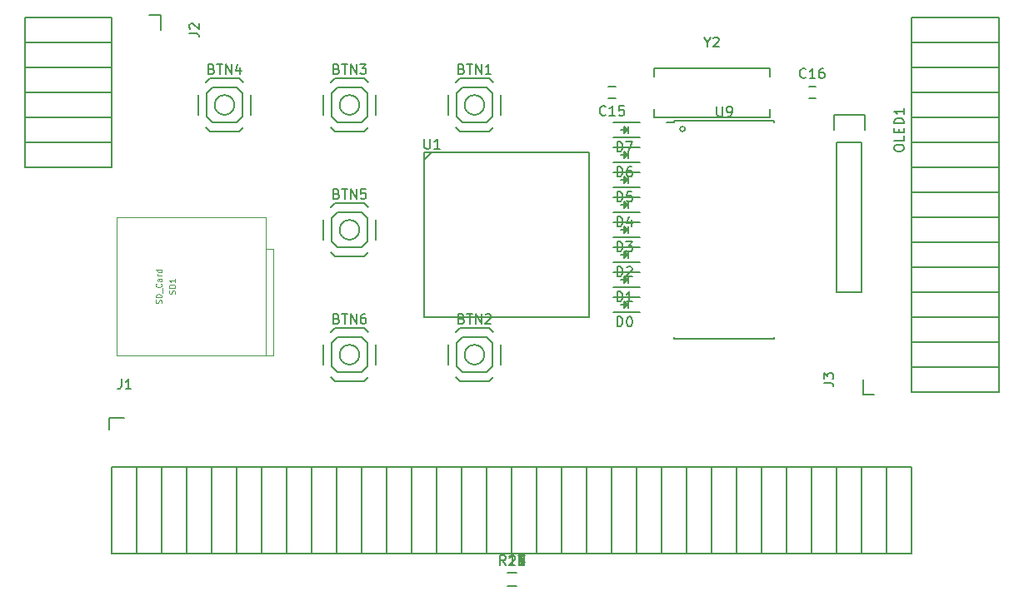
<source format=gbr>
G04 #@! TF.FileFunction,Legend,Top*
%FSLAX46Y46*%
G04 Gerber Fmt 4.6, Leading zero omitted, Abs format (unit mm)*
G04 Created by KiCad (PCBNEW 4.0.5+dfsg1-4) date Mon Mar 27 14:18:35 2017*
%MOMM*%
%LPD*%
G01*
G04 APERTURE LIST*
%ADD10C,0.100000*%
%ADD11C,0.010160*%
%ADD12C,0.150000*%
%ADD13C,0.124460*%
G04 APERTURE END LIST*
D10*
D11*
X111000000Y-86230000D02*
X111800000Y-86230000D01*
X111800000Y-86230000D02*
X111800000Y-97030000D01*
X111800000Y-97030000D02*
X111000000Y-97030000D01*
X95800000Y-83030000D02*
X111000000Y-83030000D01*
X111000000Y-83030000D02*
X111000000Y-97030000D01*
X111000000Y-97030000D02*
X95800000Y-97030000D01*
X95800000Y-97030000D02*
X95800000Y-83030000D01*
D12*
X176650000Y-108410000D02*
X176650000Y-117240000D01*
X174110000Y-108410000D02*
X176650000Y-108410000D01*
X174110000Y-117240000D02*
X176650000Y-117240000D01*
X176650000Y-117240000D02*
X176650000Y-108410000D01*
X174110000Y-117240000D02*
X174110000Y-108410000D01*
X171570000Y-117240000D02*
X174110000Y-117240000D01*
X171570000Y-108410000D02*
X174110000Y-108410000D01*
X174110000Y-108410000D02*
X174110000Y-117240000D01*
X151250000Y-117240000D02*
X151250000Y-108410000D01*
X148710000Y-117240000D02*
X151250000Y-117240000D01*
X148710000Y-108410000D02*
X151250000Y-108410000D01*
X151250000Y-108410000D02*
X151250000Y-117240000D01*
X148710000Y-108410000D02*
X148710000Y-117240000D01*
X146170000Y-108410000D02*
X148710000Y-108410000D01*
X146170000Y-117240000D02*
X148710000Y-117240000D01*
X148710000Y-117240000D02*
X148710000Y-108410000D01*
X146170000Y-117240000D02*
X146170000Y-108410000D01*
X143630000Y-117240000D02*
X146170000Y-117240000D01*
X143630000Y-108410000D02*
X146170000Y-108410000D01*
X146170000Y-108410000D02*
X146170000Y-117240000D01*
X158870000Y-108410000D02*
X158870000Y-117240000D01*
X156330000Y-108410000D02*
X158870000Y-108410000D01*
X156330000Y-117240000D02*
X158870000Y-117240000D01*
X158870000Y-117240000D02*
X158870000Y-108410000D01*
X161410000Y-117240000D02*
X161410000Y-108410000D01*
X158870000Y-117240000D02*
X161410000Y-117240000D01*
X158870000Y-108410000D02*
X161410000Y-108410000D01*
X161410000Y-108410000D02*
X161410000Y-117240000D01*
X163950000Y-108410000D02*
X163950000Y-117240000D01*
X161410000Y-108410000D02*
X163950000Y-108410000D01*
X161410000Y-117240000D02*
X163950000Y-117240000D01*
X163950000Y-117240000D02*
X163950000Y-108410000D01*
X166490000Y-117240000D02*
X166490000Y-108410000D01*
X163950000Y-117240000D02*
X166490000Y-117240000D01*
X163950000Y-108410000D02*
X166490000Y-108410000D01*
X166490000Y-108410000D02*
X166490000Y-117240000D01*
X169030000Y-108410000D02*
X169030000Y-117240000D01*
X166490000Y-108410000D02*
X169030000Y-108410000D01*
X166490000Y-117240000D02*
X169030000Y-117240000D01*
X169030000Y-117240000D02*
X169030000Y-108410000D01*
X156330000Y-117240000D02*
X156330000Y-108410000D01*
X153790000Y-117240000D02*
X156330000Y-117240000D01*
X153790000Y-108410000D02*
X156330000Y-108410000D01*
X156330000Y-108410000D02*
X156330000Y-117240000D01*
X153790000Y-108410000D02*
X153790000Y-117240000D01*
X151250000Y-108410000D02*
X153790000Y-108410000D01*
X151250000Y-117240000D02*
X153790000Y-117240000D01*
X153790000Y-117240000D02*
X153790000Y-108410000D01*
X171570000Y-117240000D02*
X171570000Y-108410000D01*
X169030000Y-117240000D02*
X171570000Y-117240000D01*
X169030000Y-108410000D02*
X171570000Y-108410000D01*
X171570000Y-108410000D02*
X171570000Y-117240000D01*
X143630000Y-108410000D02*
X143630000Y-117240000D01*
X141090000Y-108410000D02*
X143630000Y-108410000D01*
X141090000Y-117240000D02*
X143630000Y-117240000D01*
X143630000Y-117240000D02*
X143630000Y-108410000D01*
X125850000Y-117240000D02*
X125850000Y-108410000D01*
X123310000Y-117240000D02*
X125850000Y-117240000D01*
X123310000Y-108410000D02*
X125850000Y-108410000D01*
X125850000Y-108410000D02*
X125850000Y-117240000D01*
X128390000Y-108410000D02*
X128390000Y-117240000D01*
X125850000Y-108410000D02*
X128390000Y-108410000D01*
X125850000Y-117240000D02*
X128390000Y-117240000D01*
X128390000Y-117240000D02*
X128390000Y-108410000D01*
X141090000Y-117240000D02*
X141090000Y-108410000D01*
X138550000Y-117240000D02*
X141090000Y-117240000D01*
X138550000Y-108410000D02*
X141090000Y-108410000D01*
X141090000Y-108410000D02*
X141090000Y-117240000D01*
X138550000Y-108410000D02*
X138550000Y-117240000D01*
X136010000Y-108410000D02*
X138550000Y-108410000D01*
X136010000Y-117240000D02*
X138550000Y-117240000D01*
X138550000Y-117240000D02*
X138550000Y-108410000D01*
X136010000Y-117240000D02*
X136010000Y-108410000D01*
X133470000Y-117240000D02*
X136010000Y-117240000D01*
X133470000Y-108410000D02*
X136010000Y-108410000D01*
X136010000Y-108410000D02*
X136010000Y-117240000D01*
X133470000Y-108410000D02*
X133470000Y-117240000D01*
X130930000Y-108410000D02*
X133470000Y-108410000D01*
X130930000Y-117240000D02*
X133470000Y-117240000D01*
X133470000Y-117240000D02*
X133470000Y-108410000D01*
X130930000Y-117240000D02*
X130930000Y-108410000D01*
X128390000Y-117240000D02*
X130930000Y-117240000D01*
X128390000Y-108410000D02*
X130930000Y-108410000D01*
X130930000Y-108410000D02*
X130930000Y-117240000D01*
X113150000Y-108410000D02*
X113150000Y-117240000D01*
X110610000Y-108410000D02*
X113150000Y-108410000D01*
X110610000Y-117240000D02*
X113150000Y-117240000D01*
X113150000Y-117240000D02*
X113150000Y-108410000D01*
X115690000Y-117240000D02*
X115690000Y-108410000D01*
X113150000Y-117240000D02*
X115690000Y-117240000D01*
X113150000Y-108410000D02*
X115690000Y-108410000D01*
X115690000Y-108410000D02*
X115690000Y-117240000D01*
X118230000Y-108410000D02*
X118230000Y-117240000D01*
X115690000Y-108410000D02*
X118230000Y-108410000D01*
X115690000Y-117240000D02*
X118230000Y-117240000D01*
X118230000Y-117240000D02*
X118230000Y-108410000D01*
X120770000Y-117240000D02*
X120770000Y-108410000D01*
X118230000Y-117240000D02*
X120770000Y-117240000D01*
X118230000Y-108410000D02*
X120770000Y-108410000D01*
X120770000Y-108410000D02*
X120770000Y-117240000D01*
X123310000Y-108410000D02*
X123310000Y-117240000D01*
X120770000Y-108410000D02*
X123310000Y-108410000D01*
X120770000Y-117240000D02*
X123310000Y-117240000D01*
X123310000Y-117240000D02*
X123310000Y-108410000D01*
X110610000Y-117240000D02*
X110610000Y-108410000D01*
X108070000Y-117240000D02*
X110610000Y-117240000D01*
X108070000Y-108410000D02*
X110610000Y-108410000D01*
X110610000Y-108410000D02*
X110610000Y-117240000D01*
X108070000Y-108410000D02*
X108070000Y-117240000D01*
X105530000Y-108410000D02*
X108070000Y-108410000D01*
X105530000Y-117240000D02*
X108070000Y-117240000D01*
X108070000Y-117240000D02*
X108070000Y-108410000D01*
X105530000Y-117240000D02*
X105530000Y-108410000D01*
X102990000Y-117240000D02*
X105530000Y-117240000D01*
X102990000Y-108410000D02*
X105530000Y-108410000D01*
X105530000Y-108410000D02*
X105530000Y-117240000D01*
X102990000Y-108410000D02*
X102990000Y-117240000D01*
X100450000Y-108410000D02*
X102990000Y-108410000D01*
X100450000Y-117240000D02*
X102990000Y-117240000D01*
X102990000Y-117240000D02*
X102990000Y-108410000D01*
X100450000Y-117240000D02*
X100450000Y-108410000D01*
X97910000Y-117240000D02*
X100450000Y-117240000D01*
X97910000Y-108410000D02*
X100450000Y-108410000D01*
X100450000Y-108410000D02*
X100450000Y-117240000D01*
X97910000Y-108410000D02*
X97910000Y-117240000D01*
X95370000Y-108410000D02*
X97910000Y-108410000D01*
X96640000Y-103450000D02*
X95090000Y-103450000D01*
X95090000Y-103450000D02*
X95090000Y-104600000D01*
X95370000Y-108410000D02*
X95370000Y-117240000D01*
X95370000Y-117240000D02*
X97910000Y-117240000D01*
X97910000Y-117240000D02*
X97910000Y-108410000D01*
X185480000Y-83010000D02*
X176650000Y-83010000D01*
X185480000Y-85550000D02*
X185480000Y-83010000D01*
X176650000Y-85550000D02*
X176650000Y-83010000D01*
X176650000Y-83010000D02*
X185480000Y-83010000D01*
X176650000Y-80470000D02*
X185480000Y-80470000D01*
X176650000Y-83010000D02*
X176650000Y-80470000D01*
X185480000Y-83010000D02*
X185480000Y-80470000D01*
X185480000Y-80470000D02*
X176650000Y-80470000D01*
X185480000Y-77930000D02*
X176650000Y-77930000D01*
X185480000Y-80470000D02*
X185480000Y-77930000D01*
X176650000Y-80470000D02*
X176650000Y-77930000D01*
X176650000Y-77930000D02*
X185480000Y-77930000D01*
X176650000Y-75390000D02*
X185480000Y-75390000D01*
X176650000Y-77930000D02*
X176650000Y-75390000D01*
X185480000Y-77930000D02*
X185480000Y-75390000D01*
X185480000Y-75390000D02*
X176650000Y-75390000D01*
X176650000Y-72850000D02*
X185480000Y-72850000D01*
X176650000Y-75390000D02*
X176650000Y-72850000D01*
X185480000Y-75390000D02*
X185480000Y-72850000D01*
X185480000Y-72850000D02*
X176650000Y-72850000D01*
X185480000Y-70310000D02*
X176650000Y-70310000D01*
X185480000Y-72850000D02*
X185480000Y-70310000D01*
X176650000Y-72850000D02*
X176650000Y-70310000D01*
X176650000Y-70310000D02*
X185480000Y-70310000D01*
X176650000Y-67770000D02*
X185480000Y-67770000D01*
X176650000Y-70310000D02*
X176650000Y-67770000D01*
X185480000Y-70310000D02*
X185480000Y-67770000D01*
X185480000Y-67770000D02*
X176650000Y-67770000D01*
X185480000Y-65230000D02*
X176650000Y-65230000D01*
X185480000Y-67770000D02*
X185480000Y-65230000D01*
X176650000Y-67770000D02*
X176650000Y-65230000D01*
X176650000Y-65230000D02*
X185480000Y-65230000D01*
X176650000Y-62690000D02*
X185480000Y-62690000D01*
X176650000Y-65230000D02*
X176650000Y-62690000D01*
X185480000Y-65230000D02*
X185480000Y-62690000D01*
X185480000Y-62690000D02*
X176650000Y-62690000D01*
X185480000Y-85550000D02*
X176650000Y-85550000D01*
X185480000Y-88090000D02*
X185480000Y-85550000D01*
X176650000Y-88090000D02*
X176650000Y-85550000D01*
X176650000Y-85550000D02*
X185480000Y-85550000D01*
X176650000Y-88090000D02*
X185480000Y-88090000D01*
X176650000Y-90630000D02*
X176650000Y-88090000D01*
X185480000Y-90630000D02*
X185480000Y-88090000D01*
X185480000Y-88090000D02*
X176650000Y-88090000D01*
X185480000Y-90630000D02*
X176650000Y-90630000D01*
X185480000Y-93170000D02*
X185480000Y-90630000D01*
X176650000Y-93170000D02*
X176650000Y-90630000D01*
X176650000Y-90630000D02*
X185480000Y-90630000D01*
X176650000Y-93170000D02*
X185480000Y-93170000D01*
X176650000Y-95710000D02*
X176650000Y-93170000D01*
X185480000Y-95710000D02*
X185480000Y-93170000D01*
X185480000Y-93170000D02*
X176650000Y-93170000D01*
X185480000Y-95710000D02*
X176650000Y-95710000D01*
X185480000Y-98250000D02*
X185480000Y-95710000D01*
X176650000Y-98250000D02*
X176650000Y-95710000D01*
X176650000Y-95710000D02*
X185480000Y-95710000D01*
X176650000Y-98250000D02*
X185480000Y-98250000D01*
X176650000Y-100790000D02*
X176650000Y-98250000D01*
X171690000Y-99520000D02*
X171690000Y-101070000D01*
X171690000Y-101070000D02*
X172840000Y-101070000D01*
X176650000Y-100790000D02*
X185480000Y-100790000D01*
X185480000Y-100790000D02*
X185480000Y-98250000D01*
X185480000Y-98250000D02*
X176650000Y-98250000D01*
X86540000Y-77930000D02*
X95370000Y-77930000D01*
X86540000Y-75390000D02*
X86540000Y-77930000D01*
X95370000Y-75390000D02*
X95370000Y-77930000D01*
X95370000Y-77930000D02*
X86540000Y-77930000D01*
X95370000Y-75390000D02*
X86540000Y-75390000D01*
X95370000Y-72850000D02*
X95370000Y-75390000D01*
X86540000Y-72850000D02*
X86540000Y-75390000D01*
X86540000Y-75390000D02*
X95370000Y-75390000D01*
X86540000Y-72850000D02*
X95370000Y-72850000D01*
X86540000Y-70310000D02*
X86540000Y-72850000D01*
X95370000Y-70310000D02*
X95370000Y-72850000D01*
X95370000Y-72850000D02*
X86540000Y-72850000D01*
X95370000Y-70310000D02*
X86540000Y-70310000D01*
X95370000Y-67770000D02*
X95370000Y-70310000D01*
X86540000Y-67770000D02*
X86540000Y-70310000D01*
X86540000Y-70310000D02*
X95370000Y-70310000D01*
X86540000Y-67770000D02*
X95370000Y-67770000D01*
X86540000Y-65230000D02*
X86540000Y-67770000D01*
X95370000Y-65230000D02*
X95370000Y-67770000D01*
X95370000Y-67770000D02*
X86540000Y-67770000D01*
X95370000Y-65230000D02*
X86540000Y-65230000D01*
X95370000Y-62690000D02*
X95370000Y-65230000D01*
X100330000Y-63960000D02*
X100330000Y-62410000D01*
X100330000Y-62410000D02*
X99180000Y-62410000D01*
X95370000Y-62690000D02*
X86540000Y-62690000D01*
X86540000Y-62690000D02*
X86540000Y-65230000D01*
X86540000Y-65230000D02*
X95370000Y-65230000D01*
X133200000Y-71580000D02*
G75*
G03X133200000Y-71580000I-1000000J0D01*
G01*
X131000000Y-69780000D02*
X133400000Y-69780000D01*
X130400000Y-70380000D02*
X131000000Y-69780000D01*
X130400000Y-72780000D02*
X130400000Y-70380000D01*
X131000000Y-73380000D02*
X130400000Y-72780000D01*
X133400000Y-73380000D02*
X131000000Y-73380000D01*
X134000000Y-72780000D02*
X133400000Y-73380000D01*
X134000000Y-70380000D02*
X134000000Y-72780000D01*
X133400000Y-69780000D02*
X134000000Y-70380000D01*
X130750000Y-68880000D02*
X133650000Y-68880000D01*
X130300000Y-69330000D02*
X130750000Y-68880000D01*
X129500000Y-72580000D02*
X129500000Y-70580000D01*
X130750000Y-74280000D02*
X130300000Y-73830000D01*
X133650000Y-74280000D02*
X130750000Y-74280000D01*
X134100000Y-73830000D02*
X133650000Y-74280000D01*
X134900000Y-70580000D02*
X134900000Y-72580000D01*
X133650000Y-68880000D02*
X134100000Y-69330000D01*
X133200000Y-96980000D02*
G75*
G03X133200000Y-96980000I-1000000J0D01*
G01*
X131000000Y-95180000D02*
X133400000Y-95180000D01*
X130400000Y-95780000D02*
X131000000Y-95180000D01*
X130400000Y-98180000D02*
X130400000Y-95780000D01*
X131000000Y-98780000D02*
X130400000Y-98180000D01*
X133400000Y-98780000D02*
X131000000Y-98780000D01*
X134000000Y-98180000D02*
X133400000Y-98780000D01*
X134000000Y-95780000D02*
X134000000Y-98180000D01*
X133400000Y-95180000D02*
X134000000Y-95780000D01*
X130750000Y-94280000D02*
X133650000Y-94280000D01*
X130300000Y-94730000D02*
X130750000Y-94280000D01*
X129500000Y-97980000D02*
X129500000Y-95980000D01*
X130750000Y-99680000D02*
X130300000Y-99230000D01*
X133650000Y-99680000D02*
X130750000Y-99680000D01*
X134100000Y-99230000D02*
X133650000Y-99680000D01*
X134900000Y-95980000D02*
X134900000Y-97980000D01*
X133650000Y-94280000D02*
X134100000Y-94730000D01*
X120500000Y-71580000D02*
G75*
G03X120500000Y-71580000I-1000000J0D01*
G01*
X118300000Y-69780000D02*
X120700000Y-69780000D01*
X117700000Y-70380000D02*
X118300000Y-69780000D01*
X117700000Y-72780000D02*
X117700000Y-70380000D01*
X118300000Y-73380000D02*
X117700000Y-72780000D01*
X120700000Y-73380000D02*
X118300000Y-73380000D01*
X121300000Y-72780000D02*
X120700000Y-73380000D01*
X121300000Y-70380000D02*
X121300000Y-72780000D01*
X120700000Y-69780000D02*
X121300000Y-70380000D01*
X118050000Y-68880000D02*
X120950000Y-68880000D01*
X117600000Y-69330000D02*
X118050000Y-68880000D01*
X116800000Y-72580000D02*
X116800000Y-70580000D01*
X118050000Y-74280000D02*
X117600000Y-73830000D01*
X120950000Y-74280000D02*
X118050000Y-74280000D01*
X121400000Y-73830000D02*
X120950000Y-74280000D01*
X122200000Y-70580000D02*
X122200000Y-72580000D01*
X120950000Y-68880000D02*
X121400000Y-69330000D01*
X107800000Y-71580000D02*
G75*
G03X107800000Y-71580000I-1000000J0D01*
G01*
X105600000Y-69780000D02*
X108000000Y-69780000D01*
X105000000Y-70380000D02*
X105600000Y-69780000D01*
X105000000Y-72780000D02*
X105000000Y-70380000D01*
X105600000Y-73380000D02*
X105000000Y-72780000D01*
X108000000Y-73380000D02*
X105600000Y-73380000D01*
X108600000Y-72780000D02*
X108000000Y-73380000D01*
X108600000Y-70380000D02*
X108600000Y-72780000D01*
X108000000Y-69780000D02*
X108600000Y-70380000D01*
X105350000Y-68880000D02*
X108250000Y-68880000D01*
X104900000Y-69330000D02*
X105350000Y-68880000D01*
X104100000Y-72580000D02*
X104100000Y-70580000D01*
X105350000Y-74280000D02*
X104900000Y-73830000D01*
X108250000Y-74280000D02*
X105350000Y-74280000D01*
X108700000Y-73830000D02*
X108250000Y-74280000D01*
X109500000Y-70580000D02*
X109500000Y-72580000D01*
X108250000Y-68880000D02*
X108700000Y-69330000D01*
X120500000Y-84280000D02*
G75*
G03X120500000Y-84280000I-1000000J0D01*
G01*
X118300000Y-82480000D02*
X120700000Y-82480000D01*
X117700000Y-83080000D02*
X118300000Y-82480000D01*
X117700000Y-85480000D02*
X117700000Y-83080000D01*
X118300000Y-86080000D02*
X117700000Y-85480000D01*
X120700000Y-86080000D02*
X118300000Y-86080000D01*
X121300000Y-85480000D02*
X120700000Y-86080000D01*
X121300000Y-83080000D02*
X121300000Y-85480000D01*
X120700000Y-82480000D02*
X121300000Y-83080000D01*
X118050000Y-81580000D02*
X120950000Y-81580000D01*
X117600000Y-82030000D02*
X118050000Y-81580000D01*
X116800000Y-85280000D02*
X116800000Y-83280000D01*
X118050000Y-86980000D02*
X117600000Y-86530000D01*
X120950000Y-86980000D02*
X118050000Y-86980000D01*
X121400000Y-86530000D02*
X120950000Y-86980000D01*
X122200000Y-83280000D02*
X122200000Y-85280000D01*
X120950000Y-81580000D02*
X121400000Y-82030000D01*
X120500000Y-96980000D02*
G75*
G03X120500000Y-96980000I-1000000J0D01*
G01*
X118300000Y-95180000D02*
X120700000Y-95180000D01*
X117700000Y-95780000D02*
X118300000Y-95180000D01*
X117700000Y-98180000D02*
X117700000Y-95780000D01*
X118300000Y-98780000D02*
X117700000Y-98180000D01*
X120700000Y-98780000D02*
X118300000Y-98780000D01*
X121300000Y-98180000D02*
X120700000Y-98780000D01*
X121300000Y-95780000D02*
X121300000Y-98180000D01*
X120700000Y-95180000D02*
X121300000Y-95780000D01*
X118050000Y-94280000D02*
X120950000Y-94280000D01*
X117600000Y-94730000D02*
X118050000Y-94280000D01*
X116800000Y-97980000D02*
X116800000Y-95980000D01*
X118050000Y-99680000D02*
X117600000Y-99230000D01*
X120950000Y-99680000D02*
X118050000Y-99680000D01*
X121400000Y-99230000D02*
X120950000Y-99680000D01*
X122200000Y-95980000D02*
X122200000Y-97980000D01*
X120950000Y-94280000D02*
X121400000Y-94730000D01*
X149040000Y-91150000D02*
X146340000Y-91150000D01*
X149040000Y-92650000D02*
X146340000Y-92650000D01*
X147540000Y-91750000D02*
X147540000Y-92000000D01*
X147540000Y-92000000D02*
X147690000Y-91850000D01*
X147790000Y-92250000D02*
X147790000Y-91550000D01*
X147440000Y-91900000D02*
X147090000Y-91900000D01*
X147790000Y-91900000D02*
X147440000Y-92250000D01*
X147440000Y-92250000D02*
X147440000Y-91550000D01*
X147440000Y-91550000D02*
X147790000Y-91900000D01*
X149040000Y-88610000D02*
X146340000Y-88610000D01*
X149040000Y-90110000D02*
X146340000Y-90110000D01*
X147540000Y-89210000D02*
X147540000Y-89460000D01*
X147540000Y-89460000D02*
X147690000Y-89310000D01*
X147790000Y-89710000D02*
X147790000Y-89010000D01*
X147440000Y-89360000D02*
X147090000Y-89360000D01*
X147790000Y-89360000D02*
X147440000Y-89710000D01*
X147440000Y-89710000D02*
X147440000Y-89010000D01*
X147440000Y-89010000D02*
X147790000Y-89360000D01*
X149040000Y-86070000D02*
X146340000Y-86070000D01*
X149040000Y-87570000D02*
X146340000Y-87570000D01*
X147540000Y-86670000D02*
X147540000Y-86920000D01*
X147540000Y-86920000D02*
X147690000Y-86770000D01*
X147790000Y-87170000D02*
X147790000Y-86470000D01*
X147440000Y-86820000D02*
X147090000Y-86820000D01*
X147790000Y-86820000D02*
X147440000Y-87170000D01*
X147440000Y-87170000D02*
X147440000Y-86470000D01*
X147440000Y-86470000D02*
X147790000Y-86820000D01*
X149040000Y-83530000D02*
X146340000Y-83530000D01*
X149040000Y-85030000D02*
X146340000Y-85030000D01*
X147540000Y-84130000D02*
X147540000Y-84380000D01*
X147540000Y-84380000D02*
X147690000Y-84230000D01*
X147790000Y-84630000D02*
X147790000Y-83930000D01*
X147440000Y-84280000D02*
X147090000Y-84280000D01*
X147790000Y-84280000D02*
X147440000Y-84630000D01*
X147440000Y-84630000D02*
X147440000Y-83930000D01*
X147440000Y-83930000D02*
X147790000Y-84280000D01*
X149040000Y-80990000D02*
X146340000Y-80990000D01*
X149040000Y-82490000D02*
X146340000Y-82490000D01*
X147540000Y-81590000D02*
X147540000Y-81840000D01*
X147540000Y-81840000D02*
X147690000Y-81690000D01*
X147790000Y-82090000D02*
X147790000Y-81390000D01*
X147440000Y-81740000D02*
X147090000Y-81740000D01*
X147790000Y-81740000D02*
X147440000Y-82090000D01*
X147440000Y-82090000D02*
X147440000Y-81390000D01*
X147440000Y-81390000D02*
X147790000Y-81740000D01*
X149040000Y-78450000D02*
X146340000Y-78450000D01*
X149040000Y-79950000D02*
X146340000Y-79950000D01*
X147540000Y-79050000D02*
X147540000Y-79300000D01*
X147540000Y-79300000D02*
X147690000Y-79150000D01*
X147790000Y-79550000D02*
X147790000Y-78850000D01*
X147440000Y-79200000D02*
X147090000Y-79200000D01*
X147790000Y-79200000D02*
X147440000Y-79550000D01*
X147440000Y-79550000D02*
X147440000Y-78850000D01*
X147440000Y-78850000D02*
X147790000Y-79200000D01*
X149040000Y-75910000D02*
X146340000Y-75910000D01*
X149040000Y-77410000D02*
X146340000Y-77410000D01*
X147540000Y-76510000D02*
X147540000Y-76760000D01*
X147540000Y-76760000D02*
X147690000Y-76610000D01*
X147790000Y-77010000D02*
X147790000Y-76310000D01*
X147440000Y-76660000D02*
X147090000Y-76660000D01*
X147790000Y-76660000D02*
X147440000Y-77010000D01*
X147440000Y-77010000D02*
X147440000Y-76310000D01*
X147440000Y-76310000D02*
X147790000Y-76660000D01*
X149040000Y-73370000D02*
X146340000Y-73370000D01*
X149040000Y-74870000D02*
X146340000Y-74870000D01*
X147540000Y-73970000D02*
X147540000Y-74220000D01*
X147540000Y-74220000D02*
X147690000Y-74070000D01*
X147790000Y-74470000D02*
X147790000Y-73770000D01*
X147440000Y-74120000D02*
X147090000Y-74120000D01*
X147790000Y-74120000D02*
X147440000Y-74470000D01*
X147440000Y-74470000D02*
X147440000Y-73770000D01*
X147440000Y-73770000D02*
X147790000Y-74120000D01*
X169030000Y-75390000D02*
X169030000Y-90630000D01*
X169030000Y-90630000D02*
X171570000Y-90630000D01*
X171570000Y-90630000D02*
X171570000Y-75390000D01*
X168750000Y-72570000D02*
X168750000Y-74120000D01*
X169030000Y-75390000D02*
X171570000Y-75390000D01*
X171850000Y-74120000D02*
X171850000Y-72570000D01*
X171850000Y-72570000D02*
X168750000Y-72570000D01*
X152520000Y-95380000D02*
X152520000Y-95180000D01*
X162680000Y-95380000D02*
X162680000Y-95180000D01*
X153600000Y-74030000D02*
G75*
G03X153600000Y-74030000I-250000J0D01*
G01*
X152520000Y-73380000D02*
X151700000Y-73380000D01*
X152520000Y-73180000D02*
X152520000Y-73380000D01*
X162680000Y-73180000D02*
X162680000Y-73380000D01*
X162680000Y-95390000D02*
X152520000Y-95390000D01*
X152520000Y-73170000D02*
X162680000Y-73170000D01*
X150480380Y-72809360D02*
X162179620Y-72809360D01*
X162179620Y-67810640D02*
X150480380Y-67810640D01*
X162179620Y-72809360D02*
X162179620Y-71961000D01*
X162179620Y-67810640D02*
X162179620Y-68659000D01*
X150480380Y-72809360D02*
X150480380Y-71961000D01*
X150480380Y-67810640D02*
X150480380Y-68659000D01*
X146520000Y-70910000D02*
X145820000Y-70910000D01*
X145820000Y-69710000D02*
X146520000Y-69710000D01*
X166160000Y-69710000D02*
X166860000Y-69710000D01*
X166860000Y-70910000D02*
X166160000Y-70910000D01*
X136510000Y-120505001D02*
X135510000Y-120505001D01*
X135510000Y-119155001D02*
X136510000Y-119155001D01*
X136510000Y-120505001D02*
X135510000Y-120505001D01*
X135510000Y-119155001D02*
X136510000Y-119155001D01*
X136510000Y-120505001D02*
X135510000Y-120505001D01*
X135510000Y-119155001D02*
X136510000Y-119155001D01*
X136510000Y-120505001D02*
X135510000Y-120505001D01*
X135510000Y-119155001D02*
X136510000Y-119155001D01*
X136510000Y-120505001D02*
X135510000Y-120505001D01*
X135510000Y-119155001D02*
X136510000Y-119155001D01*
X136510000Y-120505001D02*
X135510000Y-120505001D01*
X135510000Y-119155001D02*
X136510000Y-119155001D01*
X136510000Y-120505001D02*
X135510000Y-120505001D01*
X135510000Y-119155001D02*
X136510000Y-119155001D01*
X136510000Y-120505001D02*
X135510000Y-120505001D01*
X135510000Y-119155001D02*
X136510000Y-119155001D01*
X127080000Y-93200000D02*
X143880000Y-93200000D01*
X143880000Y-93200000D02*
X143880000Y-76400000D01*
X143880000Y-76400000D02*
X127080000Y-76400000D01*
X127080000Y-76400000D02*
X127080000Y-93200000D01*
X127880000Y-76400000D02*
X127080000Y-77200000D01*
D13*
X101742630Y-90786436D02*
X101771175Y-90700802D01*
X101771175Y-90558078D01*
X101742630Y-90500988D01*
X101714086Y-90472444D01*
X101656996Y-90443899D01*
X101599907Y-90443899D01*
X101542817Y-90472444D01*
X101514272Y-90500988D01*
X101485728Y-90558078D01*
X101457183Y-90672257D01*
X101428638Y-90729346D01*
X101400093Y-90757891D01*
X101343004Y-90786436D01*
X101285914Y-90786436D01*
X101228825Y-90757891D01*
X101200280Y-90729346D01*
X101171735Y-90672257D01*
X101171735Y-90529533D01*
X101200280Y-90443899D01*
X101771175Y-90186996D02*
X101171735Y-90186996D01*
X101171735Y-90044272D01*
X101200280Y-89958638D01*
X101257370Y-89901549D01*
X101314459Y-89873004D01*
X101428638Y-89844459D01*
X101514272Y-89844459D01*
X101628451Y-89873004D01*
X101685541Y-89901549D01*
X101742630Y-89958638D01*
X101771175Y-90044272D01*
X101771175Y-90186996D01*
X101771175Y-89273564D02*
X101771175Y-89616101D01*
X101771175Y-89444832D02*
X101171735Y-89444832D01*
X101257370Y-89501922D01*
X101314459Y-89559011D01*
X101343004Y-89616101D01*
X100392630Y-91756957D02*
X100421175Y-91671323D01*
X100421175Y-91528599D01*
X100392630Y-91471509D01*
X100364086Y-91442965D01*
X100306996Y-91414420D01*
X100249907Y-91414420D01*
X100192817Y-91442965D01*
X100164272Y-91471509D01*
X100135728Y-91528599D01*
X100107183Y-91642778D01*
X100078638Y-91699867D01*
X100050093Y-91728412D01*
X99993004Y-91756957D01*
X99935914Y-91756957D01*
X99878825Y-91728412D01*
X99850280Y-91699867D01*
X99821735Y-91642778D01*
X99821735Y-91500054D01*
X99850280Y-91414420D01*
X100421175Y-91157517D02*
X99821735Y-91157517D01*
X99821735Y-91014793D01*
X99850280Y-90929159D01*
X99907370Y-90872070D01*
X99964459Y-90843525D01*
X100078638Y-90814980D01*
X100164272Y-90814980D01*
X100278451Y-90843525D01*
X100335541Y-90872070D01*
X100392630Y-90929159D01*
X100421175Y-91014793D01*
X100421175Y-91157517D01*
X100478265Y-90700801D02*
X100478265Y-90244085D01*
X100364086Y-89758824D02*
X100392630Y-89787369D01*
X100421175Y-89873003D01*
X100421175Y-89930093D01*
X100392630Y-90015727D01*
X100335541Y-90072816D01*
X100278451Y-90101361D01*
X100164272Y-90129906D01*
X100078638Y-90129906D01*
X99964459Y-90101361D01*
X99907370Y-90072816D01*
X99850280Y-90015727D01*
X99821735Y-89930093D01*
X99821735Y-89873003D01*
X99850280Y-89787369D01*
X99878825Y-89758824D01*
X100421175Y-89245018D02*
X100107183Y-89245018D01*
X100050093Y-89273563D01*
X100021549Y-89330653D01*
X100021549Y-89444832D01*
X100050093Y-89501921D01*
X100392630Y-89245018D02*
X100421175Y-89302108D01*
X100421175Y-89444832D01*
X100392630Y-89501921D01*
X100335541Y-89530466D01*
X100278451Y-89530466D01*
X100221362Y-89501921D01*
X100192817Y-89444832D01*
X100192817Y-89302108D01*
X100164272Y-89245018D01*
X100421175Y-88959571D02*
X100021549Y-88959571D01*
X100135728Y-88959571D02*
X100078638Y-88931026D01*
X100050093Y-88902482D01*
X100021549Y-88845392D01*
X100021549Y-88788303D01*
X100421175Y-88331586D02*
X99821735Y-88331586D01*
X100392630Y-88331586D02*
X100421175Y-88388676D01*
X100421175Y-88502855D01*
X100392630Y-88559944D01*
X100364086Y-88588489D01*
X100306996Y-88617034D01*
X100135728Y-88617034D01*
X100078638Y-88588489D01*
X100050093Y-88559944D01*
X100021549Y-88502855D01*
X100021549Y-88388676D01*
X100050093Y-88331586D01*
D12*
X96306667Y-99452381D02*
X96306667Y-100166667D01*
X96259047Y-100309524D01*
X96163809Y-100404762D01*
X96020952Y-100452381D01*
X95925714Y-100452381D01*
X97306667Y-100452381D02*
X96735238Y-100452381D01*
X97020952Y-100452381D02*
X97020952Y-99452381D01*
X96925714Y-99595238D01*
X96830476Y-99690476D01*
X96735238Y-99738095D01*
X167692381Y-99853333D02*
X168406667Y-99853333D01*
X168549524Y-99900953D01*
X168644762Y-99996191D01*
X168692381Y-100139048D01*
X168692381Y-100234286D01*
X167692381Y-99472381D02*
X167692381Y-98853333D01*
X168073333Y-99186667D01*
X168073333Y-99043809D01*
X168120952Y-98948571D01*
X168168571Y-98900952D01*
X168263810Y-98853333D01*
X168501905Y-98853333D01*
X168597143Y-98900952D01*
X168644762Y-98948571D01*
X168692381Y-99043809D01*
X168692381Y-99329524D01*
X168644762Y-99424762D01*
X168597143Y-99472381D01*
X103232381Y-64293333D02*
X103946667Y-64293333D01*
X104089524Y-64340953D01*
X104184762Y-64436191D01*
X104232381Y-64579048D01*
X104232381Y-64674286D01*
X103327619Y-63864762D02*
X103280000Y-63817143D01*
X103232381Y-63721905D01*
X103232381Y-63483809D01*
X103280000Y-63388571D01*
X103327619Y-63340952D01*
X103422857Y-63293333D01*
X103518095Y-63293333D01*
X103660952Y-63340952D01*
X104232381Y-63912381D01*
X104232381Y-63293333D01*
X130890477Y-67908571D02*
X131033334Y-67956190D01*
X131080953Y-68003810D01*
X131128572Y-68099048D01*
X131128572Y-68241905D01*
X131080953Y-68337143D01*
X131033334Y-68384762D01*
X130938096Y-68432381D01*
X130557143Y-68432381D01*
X130557143Y-67432381D01*
X130890477Y-67432381D01*
X130985715Y-67480000D01*
X131033334Y-67527619D01*
X131080953Y-67622857D01*
X131080953Y-67718095D01*
X131033334Y-67813333D01*
X130985715Y-67860952D01*
X130890477Y-67908571D01*
X130557143Y-67908571D01*
X131414286Y-67432381D02*
X131985715Y-67432381D01*
X131700000Y-68432381D02*
X131700000Y-67432381D01*
X132319048Y-68432381D02*
X132319048Y-67432381D01*
X132890477Y-68432381D01*
X132890477Y-67432381D01*
X133890477Y-68432381D02*
X133319048Y-68432381D01*
X133604762Y-68432381D02*
X133604762Y-67432381D01*
X133509524Y-67575238D01*
X133414286Y-67670476D01*
X133319048Y-67718095D01*
X130890477Y-93308571D02*
X131033334Y-93356190D01*
X131080953Y-93403810D01*
X131128572Y-93499048D01*
X131128572Y-93641905D01*
X131080953Y-93737143D01*
X131033334Y-93784762D01*
X130938096Y-93832381D01*
X130557143Y-93832381D01*
X130557143Y-92832381D01*
X130890477Y-92832381D01*
X130985715Y-92880000D01*
X131033334Y-92927619D01*
X131080953Y-93022857D01*
X131080953Y-93118095D01*
X131033334Y-93213333D01*
X130985715Y-93260952D01*
X130890477Y-93308571D01*
X130557143Y-93308571D01*
X131414286Y-92832381D02*
X131985715Y-92832381D01*
X131700000Y-93832381D02*
X131700000Y-92832381D01*
X132319048Y-93832381D02*
X132319048Y-92832381D01*
X132890477Y-93832381D01*
X132890477Y-92832381D01*
X133319048Y-92927619D02*
X133366667Y-92880000D01*
X133461905Y-92832381D01*
X133700001Y-92832381D01*
X133795239Y-92880000D01*
X133842858Y-92927619D01*
X133890477Y-93022857D01*
X133890477Y-93118095D01*
X133842858Y-93260952D01*
X133271429Y-93832381D01*
X133890477Y-93832381D01*
X118190477Y-67908571D02*
X118333334Y-67956190D01*
X118380953Y-68003810D01*
X118428572Y-68099048D01*
X118428572Y-68241905D01*
X118380953Y-68337143D01*
X118333334Y-68384762D01*
X118238096Y-68432381D01*
X117857143Y-68432381D01*
X117857143Y-67432381D01*
X118190477Y-67432381D01*
X118285715Y-67480000D01*
X118333334Y-67527619D01*
X118380953Y-67622857D01*
X118380953Y-67718095D01*
X118333334Y-67813333D01*
X118285715Y-67860952D01*
X118190477Y-67908571D01*
X117857143Y-67908571D01*
X118714286Y-67432381D02*
X119285715Y-67432381D01*
X119000000Y-68432381D02*
X119000000Y-67432381D01*
X119619048Y-68432381D02*
X119619048Y-67432381D01*
X120190477Y-68432381D01*
X120190477Y-67432381D01*
X120571429Y-67432381D02*
X121190477Y-67432381D01*
X120857143Y-67813333D01*
X121000001Y-67813333D01*
X121095239Y-67860952D01*
X121142858Y-67908571D01*
X121190477Y-68003810D01*
X121190477Y-68241905D01*
X121142858Y-68337143D01*
X121095239Y-68384762D01*
X121000001Y-68432381D01*
X120714286Y-68432381D01*
X120619048Y-68384762D01*
X120571429Y-68337143D01*
X105490477Y-67908571D02*
X105633334Y-67956190D01*
X105680953Y-68003810D01*
X105728572Y-68099048D01*
X105728572Y-68241905D01*
X105680953Y-68337143D01*
X105633334Y-68384762D01*
X105538096Y-68432381D01*
X105157143Y-68432381D01*
X105157143Y-67432381D01*
X105490477Y-67432381D01*
X105585715Y-67480000D01*
X105633334Y-67527619D01*
X105680953Y-67622857D01*
X105680953Y-67718095D01*
X105633334Y-67813333D01*
X105585715Y-67860952D01*
X105490477Y-67908571D01*
X105157143Y-67908571D01*
X106014286Y-67432381D02*
X106585715Y-67432381D01*
X106300000Y-68432381D02*
X106300000Y-67432381D01*
X106919048Y-68432381D02*
X106919048Y-67432381D01*
X107490477Y-68432381D01*
X107490477Y-67432381D01*
X108395239Y-67765714D02*
X108395239Y-68432381D01*
X108157143Y-67384762D02*
X107919048Y-68099048D01*
X108538096Y-68099048D01*
X118190477Y-80608571D02*
X118333334Y-80656190D01*
X118380953Y-80703810D01*
X118428572Y-80799048D01*
X118428572Y-80941905D01*
X118380953Y-81037143D01*
X118333334Y-81084762D01*
X118238096Y-81132381D01*
X117857143Y-81132381D01*
X117857143Y-80132381D01*
X118190477Y-80132381D01*
X118285715Y-80180000D01*
X118333334Y-80227619D01*
X118380953Y-80322857D01*
X118380953Y-80418095D01*
X118333334Y-80513333D01*
X118285715Y-80560952D01*
X118190477Y-80608571D01*
X117857143Y-80608571D01*
X118714286Y-80132381D02*
X119285715Y-80132381D01*
X119000000Y-81132381D02*
X119000000Y-80132381D01*
X119619048Y-81132381D02*
X119619048Y-80132381D01*
X120190477Y-81132381D01*
X120190477Y-80132381D01*
X121142858Y-80132381D02*
X120666667Y-80132381D01*
X120619048Y-80608571D01*
X120666667Y-80560952D01*
X120761905Y-80513333D01*
X121000001Y-80513333D01*
X121095239Y-80560952D01*
X121142858Y-80608571D01*
X121190477Y-80703810D01*
X121190477Y-80941905D01*
X121142858Y-81037143D01*
X121095239Y-81084762D01*
X121000001Y-81132381D01*
X120761905Y-81132381D01*
X120666667Y-81084762D01*
X120619048Y-81037143D01*
X118190477Y-93308571D02*
X118333334Y-93356190D01*
X118380953Y-93403810D01*
X118428572Y-93499048D01*
X118428572Y-93641905D01*
X118380953Y-93737143D01*
X118333334Y-93784762D01*
X118238096Y-93832381D01*
X117857143Y-93832381D01*
X117857143Y-92832381D01*
X118190477Y-92832381D01*
X118285715Y-92880000D01*
X118333334Y-92927619D01*
X118380953Y-93022857D01*
X118380953Y-93118095D01*
X118333334Y-93213333D01*
X118285715Y-93260952D01*
X118190477Y-93308571D01*
X117857143Y-93308571D01*
X118714286Y-92832381D02*
X119285715Y-92832381D01*
X119000000Y-93832381D02*
X119000000Y-92832381D01*
X119619048Y-93832381D02*
X119619048Y-92832381D01*
X120190477Y-93832381D01*
X120190477Y-92832381D01*
X121095239Y-92832381D02*
X120904762Y-92832381D01*
X120809524Y-92880000D01*
X120761905Y-92927619D01*
X120666667Y-93070476D01*
X120619048Y-93260952D01*
X120619048Y-93641905D01*
X120666667Y-93737143D01*
X120714286Y-93784762D01*
X120809524Y-93832381D01*
X121000001Y-93832381D01*
X121095239Y-93784762D01*
X121142858Y-93737143D01*
X121190477Y-93641905D01*
X121190477Y-93403810D01*
X121142858Y-93308571D01*
X121095239Y-93260952D01*
X121000001Y-93213333D01*
X120809524Y-93213333D01*
X120714286Y-93260952D01*
X120666667Y-93308571D01*
X120619048Y-93403810D01*
X146701905Y-94102381D02*
X146701905Y-93102381D01*
X146940000Y-93102381D01*
X147082858Y-93150000D01*
X147178096Y-93245238D01*
X147225715Y-93340476D01*
X147273334Y-93530952D01*
X147273334Y-93673810D01*
X147225715Y-93864286D01*
X147178096Y-93959524D01*
X147082858Y-94054762D01*
X146940000Y-94102381D01*
X146701905Y-94102381D01*
X147892381Y-93102381D02*
X147987620Y-93102381D01*
X148082858Y-93150000D01*
X148130477Y-93197619D01*
X148178096Y-93292857D01*
X148225715Y-93483333D01*
X148225715Y-93721429D01*
X148178096Y-93911905D01*
X148130477Y-94007143D01*
X148082858Y-94054762D01*
X147987620Y-94102381D01*
X147892381Y-94102381D01*
X147797143Y-94054762D01*
X147749524Y-94007143D01*
X147701905Y-93911905D01*
X147654286Y-93721429D01*
X147654286Y-93483333D01*
X147701905Y-93292857D01*
X147749524Y-93197619D01*
X147797143Y-93150000D01*
X147892381Y-93102381D01*
X146701905Y-91562381D02*
X146701905Y-90562381D01*
X146940000Y-90562381D01*
X147082858Y-90610000D01*
X147178096Y-90705238D01*
X147225715Y-90800476D01*
X147273334Y-90990952D01*
X147273334Y-91133810D01*
X147225715Y-91324286D01*
X147178096Y-91419524D01*
X147082858Y-91514762D01*
X146940000Y-91562381D01*
X146701905Y-91562381D01*
X148225715Y-91562381D02*
X147654286Y-91562381D01*
X147940000Y-91562381D02*
X147940000Y-90562381D01*
X147844762Y-90705238D01*
X147749524Y-90800476D01*
X147654286Y-90848095D01*
X146701905Y-89022381D02*
X146701905Y-88022381D01*
X146940000Y-88022381D01*
X147082858Y-88070000D01*
X147178096Y-88165238D01*
X147225715Y-88260476D01*
X147273334Y-88450952D01*
X147273334Y-88593810D01*
X147225715Y-88784286D01*
X147178096Y-88879524D01*
X147082858Y-88974762D01*
X146940000Y-89022381D01*
X146701905Y-89022381D01*
X147654286Y-88117619D02*
X147701905Y-88070000D01*
X147797143Y-88022381D01*
X148035239Y-88022381D01*
X148130477Y-88070000D01*
X148178096Y-88117619D01*
X148225715Y-88212857D01*
X148225715Y-88308095D01*
X148178096Y-88450952D01*
X147606667Y-89022381D01*
X148225715Y-89022381D01*
X146701905Y-86482381D02*
X146701905Y-85482381D01*
X146940000Y-85482381D01*
X147082858Y-85530000D01*
X147178096Y-85625238D01*
X147225715Y-85720476D01*
X147273334Y-85910952D01*
X147273334Y-86053810D01*
X147225715Y-86244286D01*
X147178096Y-86339524D01*
X147082858Y-86434762D01*
X146940000Y-86482381D01*
X146701905Y-86482381D01*
X147606667Y-85482381D02*
X148225715Y-85482381D01*
X147892381Y-85863333D01*
X148035239Y-85863333D01*
X148130477Y-85910952D01*
X148178096Y-85958571D01*
X148225715Y-86053810D01*
X148225715Y-86291905D01*
X148178096Y-86387143D01*
X148130477Y-86434762D01*
X148035239Y-86482381D01*
X147749524Y-86482381D01*
X147654286Y-86434762D01*
X147606667Y-86387143D01*
X146701905Y-83942381D02*
X146701905Y-82942381D01*
X146940000Y-82942381D01*
X147082858Y-82990000D01*
X147178096Y-83085238D01*
X147225715Y-83180476D01*
X147273334Y-83370952D01*
X147273334Y-83513810D01*
X147225715Y-83704286D01*
X147178096Y-83799524D01*
X147082858Y-83894762D01*
X146940000Y-83942381D01*
X146701905Y-83942381D01*
X148130477Y-83275714D02*
X148130477Y-83942381D01*
X147892381Y-82894762D02*
X147654286Y-83609048D01*
X148273334Y-83609048D01*
X146701905Y-81402381D02*
X146701905Y-80402381D01*
X146940000Y-80402381D01*
X147082858Y-80450000D01*
X147178096Y-80545238D01*
X147225715Y-80640476D01*
X147273334Y-80830952D01*
X147273334Y-80973810D01*
X147225715Y-81164286D01*
X147178096Y-81259524D01*
X147082858Y-81354762D01*
X146940000Y-81402381D01*
X146701905Y-81402381D01*
X148178096Y-80402381D02*
X147701905Y-80402381D01*
X147654286Y-80878571D01*
X147701905Y-80830952D01*
X147797143Y-80783333D01*
X148035239Y-80783333D01*
X148130477Y-80830952D01*
X148178096Y-80878571D01*
X148225715Y-80973810D01*
X148225715Y-81211905D01*
X148178096Y-81307143D01*
X148130477Y-81354762D01*
X148035239Y-81402381D01*
X147797143Y-81402381D01*
X147701905Y-81354762D01*
X147654286Y-81307143D01*
X146701905Y-78862381D02*
X146701905Y-77862381D01*
X146940000Y-77862381D01*
X147082858Y-77910000D01*
X147178096Y-78005238D01*
X147225715Y-78100476D01*
X147273334Y-78290952D01*
X147273334Y-78433810D01*
X147225715Y-78624286D01*
X147178096Y-78719524D01*
X147082858Y-78814762D01*
X146940000Y-78862381D01*
X146701905Y-78862381D01*
X148130477Y-77862381D02*
X147940000Y-77862381D01*
X147844762Y-77910000D01*
X147797143Y-77957619D01*
X147701905Y-78100476D01*
X147654286Y-78290952D01*
X147654286Y-78671905D01*
X147701905Y-78767143D01*
X147749524Y-78814762D01*
X147844762Y-78862381D01*
X148035239Y-78862381D01*
X148130477Y-78814762D01*
X148178096Y-78767143D01*
X148225715Y-78671905D01*
X148225715Y-78433810D01*
X148178096Y-78338571D01*
X148130477Y-78290952D01*
X148035239Y-78243333D01*
X147844762Y-78243333D01*
X147749524Y-78290952D01*
X147701905Y-78338571D01*
X147654286Y-78433810D01*
X146701905Y-76322381D02*
X146701905Y-75322381D01*
X146940000Y-75322381D01*
X147082858Y-75370000D01*
X147178096Y-75465238D01*
X147225715Y-75560476D01*
X147273334Y-75750952D01*
X147273334Y-75893810D01*
X147225715Y-76084286D01*
X147178096Y-76179524D01*
X147082858Y-76274762D01*
X146940000Y-76322381D01*
X146701905Y-76322381D01*
X147606667Y-75322381D02*
X148273334Y-75322381D01*
X147844762Y-76322381D01*
X174852381Y-76048572D02*
X174852381Y-75858095D01*
X174900000Y-75762857D01*
X174995238Y-75667619D01*
X175185714Y-75620000D01*
X175519048Y-75620000D01*
X175709524Y-75667619D01*
X175804762Y-75762857D01*
X175852381Y-75858095D01*
X175852381Y-76048572D01*
X175804762Y-76143810D01*
X175709524Y-76239048D01*
X175519048Y-76286667D01*
X175185714Y-76286667D01*
X174995238Y-76239048D01*
X174900000Y-76143810D01*
X174852381Y-76048572D01*
X175852381Y-74715238D02*
X175852381Y-75191429D01*
X174852381Y-75191429D01*
X175328571Y-74381905D02*
X175328571Y-74048571D01*
X175852381Y-73905714D02*
X175852381Y-74381905D01*
X174852381Y-74381905D01*
X174852381Y-73905714D01*
X175852381Y-73477143D02*
X174852381Y-73477143D01*
X174852381Y-73239048D01*
X174900000Y-73096190D01*
X174995238Y-73000952D01*
X175090476Y-72953333D01*
X175280952Y-72905714D01*
X175423810Y-72905714D01*
X175614286Y-72953333D01*
X175709524Y-73000952D01*
X175804762Y-73096190D01*
X175852381Y-73239048D01*
X175852381Y-73477143D01*
X175852381Y-71953333D02*
X175852381Y-72524762D01*
X175852381Y-72239048D02*
X174852381Y-72239048D01*
X174995238Y-72334286D01*
X175090476Y-72429524D01*
X175138095Y-72524762D01*
X156838095Y-71732381D02*
X156838095Y-72541905D01*
X156885714Y-72637143D01*
X156933333Y-72684762D01*
X157028571Y-72732381D01*
X157219048Y-72732381D01*
X157314286Y-72684762D01*
X157361905Y-72637143D01*
X157409524Y-72541905D01*
X157409524Y-71732381D01*
X157933333Y-72732381D02*
X158123809Y-72732381D01*
X158219048Y-72684762D01*
X158266667Y-72637143D01*
X158361905Y-72494286D01*
X158409524Y-72303810D01*
X158409524Y-71922857D01*
X158361905Y-71827619D01*
X158314286Y-71780000D01*
X158219048Y-71732381D01*
X158028571Y-71732381D01*
X157933333Y-71780000D01*
X157885714Y-71827619D01*
X157838095Y-71922857D01*
X157838095Y-72160952D01*
X157885714Y-72256190D01*
X157933333Y-72303810D01*
X158028571Y-72351429D01*
X158219048Y-72351429D01*
X158314286Y-72303810D01*
X158361905Y-72256190D01*
X158409524Y-72160952D01*
X155853809Y-65206190D02*
X155853809Y-65682381D01*
X155520476Y-64682381D02*
X155853809Y-65206190D01*
X156187143Y-64682381D01*
X156472857Y-64777619D02*
X156520476Y-64730000D01*
X156615714Y-64682381D01*
X156853810Y-64682381D01*
X156949048Y-64730000D01*
X156996667Y-64777619D01*
X157044286Y-64872857D01*
X157044286Y-64968095D01*
X156996667Y-65110952D01*
X156425238Y-65682381D01*
X157044286Y-65682381D01*
X145527143Y-72567143D02*
X145479524Y-72614762D01*
X145336667Y-72662381D01*
X145241429Y-72662381D01*
X145098571Y-72614762D01*
X145003333Y-72519524D01*
X144955714Y-72424286D01*
X144908095Y-72233810D01*
X144908095Y-72090952D01*
X144955714Y-71900476D01*
X145003333Y-71805238D01*
X145098571Y-71710000D01*
X145241429Y-71662381D01*
X145336667Y-71662381D01*
X145479524Y-71710000D01*
X145527143Y-71757619D01*
X146479524Y-72662381D02*
X145908095Y-72662381D01*
X146193809Y-72662381D02*
X146193809Y-71662381D01*
X146098571Y-71805238D01*
X146003333Y-71900476D01*
X145908095Y-71948095D01*
X147384286Y-71662381D02*
X146908095Y-71662381D01*
X146860476Y-72138571D01*
X146908095Y-72090952D01*
X147003333Y-72043333D01*
X147241429Y-72043333D01*
X147336667Y-72090952D01*
X147384286Y-72138571D01*
X147431905Y-72233810D01*
X147431905Y-72471905D01*
X147384286Y-72567143D01*
X147336667Y-72614762D01*
X147241429Y-72662381D01*
X147003333Y-72662381D01*
X146908095Y-72614762D01*
X146860476Y-72567143D01*
X165867143Y-68767143D02*
X165819524Y-68814762D01*
X165676667Y-68862381D01*
X165581429Y-68862381D01*
X165438571Y-68814762D01*
X165343333Y-68719524D01*
X165295714Y-68624286D01*
X165248095Y-68433810D01*
X165248095Y-68290952D01*
X165295714Y-68100476D01*
X165343333Y-68005238D01*
X165438571Y-67910000D01*
X165581429Y-67862381D01*
X165676667Y-67862381D01*
X165819524Y-67910000D01*
X165867143Y-67957619D01*
X166819524Y-68862381D02*
X166248095Y-68862381D01*
X166533809Y-68862381D02*
X166533809Y-67862381D01*
X166438571Y-68005238D01*
X166343333Y-68100476D01*
X166248095Y-68148095D01*
X167676667Y-67862381D02*
X167486190Y-67862381D01*
X167390952Y-67910000D01*
X167343333Y-67957619D01*
X167248095Y-68100476D01*
X167200476Y-68290952D01*
X167200476Y-68671905D01*
X167248095Y-68767143D01*
X167295714Y-68814762D01*
X167390952Y-68862381D01*
X167581429Y-68862381D01*
X167676667Y-68814762D01*
X167724286Y-68767143D01*
X167771905Y-68671905D01*
X167771905Y-68433810D01*
X167724286Y-68338571D01*
X167676667Y-68290952D01*
X167581429Y-68243333D01*
X167390952Y-68243333D01*
X167295714Y-68290952D01*
X167248095Y-68338571D01*
X167200476Y-68433810D01*
X135367143Y-118382382D02*
X135033809Y-117906191D01*
X134795714Y-118382382D02*
X134795714Y-117382382D01*
X135176667Y-117382382D01*
X135271905Y-117430001D01*
X135319524Y-117477620D01*
X135367143Y-117572858D01*
X135367143Y-117715715D01*
X135319524Y-117810953D01*
X135271905Y-117858572D01*
X135176667Y-117906191D01*
X134795714Y-117906191D01*
X136319524Y-118382382D02*
X135748095Y-118382382D01*
X136033809Y-118382382D02*
X136033809Y-117382382D01*
X135938571Y-117525239D01*
X135843333Y-117620477D01*
X135748095Y-117668096D01*
X137176667Y-117715715D02*
X137176667Y-118382382D01*
X136938571Y-117334763D02*
X136700476Y-118049049D01*
X137319524Y-118049049D01*
X135367143Y-118382382D02*
X135033809Y-117906191D01*
X134795714Y-118382382D02*
X134795714Y-117382382D01*
X135176667Y-117382382D01*
X135271905Y-117430001D01*
X135319524Y-117477620D01*
X135367143Y-117572858D01*
X135367143Y-117715715D01*
X135319524Y-117810953D01*
X135271905Y-117858572D01*
X135176667Y-117906191D01*
X134795714Y-117906191D01*
X136319524Y-118382382D02*
X135748095Y-118382382D01*
X136033809Y-118382382D02*
X136033809Y-117382382D01*
X135938571Y-117525239D01*
X135843333Y-117620477D01*
X135748095Y-117668096D01*
X137224286Y-117382382D02*
X136748095Y-117382382D01*
X136700476Y-117858572D01*
X136748095Y-117810953D01*
X136843333Y-117763334D01*
X137081429Y-117763334D01*
X137176667Y-117810953D01*
X137224286Y-117858572D01*
X137271905Y-117953811D01*
X137271905Y-118191906D01*
X137224286Y-118287144D01*
X137176667Y-118334763D01*
X137081429Y-118382382D01*
X136843333Y-118382382D01*
X136748095Y-118334763D01*
X136700476Y-118287144D01*
X135367143Y-118382382D02*
X135033809Y-117906191D01*
X134795714Y-118382382D02*
X134795714Y-117382382D01*
X135176667Y-117382382D01*
X135271905Y-117430001D01*
X135319524Y-117477620D01*
X135367143Y-117572858D01*
X135367143Y-117715715D01*
X135319524Y-117810953D01*
X135271905Y-117858572D01*
X135176667Y-117906191D01*
X134795714Y-117906191D01*
X136319524Y-118382382D02*
X135748095Y-118382382D01*
X136033809Y-118382382D02*
X136033809Y-117382382D01*
X135938571Y-117525239D01*
X135843333Y-117620477D01*
X135748095Y-117668096D01*
X137176667Y-117382382D02*
X136986190Y-117382382D01*
X136890952Y-117430001D01*
X136843333Y-117477620D01*
X136748095Y-117620477D01*
X136700476Y-117810953D01*
X136700476Y-118191906D01*
X136748095Y-118287144D01*
X136795714Y-118334763D01*
X136890952Y-118382382D01*
X137081429Y-118382382D01*
X137176667Y-118334763D01*
X137224286Y-118287144D01*
X137271905Y-118191906D01*
X137271905Y-117953811D01*
X137224286Y-117858572D01*
X137176667Y-117810953D01*
X137081429Y-117763334D01*
X136890952Y-117763334D01*
X136795714Y-117810953D01*
X136748095Y-117858572D01*
X136700476Y-117953811D01*
X135367143Y-118382382D02*
X135033809Y-117906191D01*
X134795714Y-118382382D02*
X134795714Y-117382382D01*
X135176667Y-117382382D01*
X135271905Y-117430001D01*
X135319524Y-117477620D01*
X135367143Y-117572858D01*
X135367143Y-117715715D01*
X135319524Y-117810953D01*
X135271905Y-117858572D01*
X135176667Y-117906191D01*
X134795714Y-117906191D01*
X136319524Y-118382382D02*
X135748095Y-118382382D01*
X136033809Y-118382382D02*
X136033809Y-117382382D01*
X135938571Y-117525239D01*
X135843333Y-117620477D01*
X135748095Y-117668096D01*
X136652857Y-117382382D02*
X137319524Y-117382382D01*
X136890952Y-118382382D01*
X135367143Y-118382382D02*
X135033809Y-117906191D01*
X134795714Y-118382382D02*
X134795714Y-117382382D01*
X135176667Y-117382382D01*
X135271905Y-117430001D01*
X135319524Y-117477620D01*
X135367143Y-117572858D01*
X135367143Y-117715715D01*
X135319524Y-117810953D01*
X135271905Y-117858572D01*
X135176667Y-117906191D01*
X134795714Y-117906191D01*
X136319524Y-118382382D02*
X135748095Y-118382382D01*
X136033809Y-118382382D02*
X136033809Y-117382382D01*
X135938571Y-117525239D01*
X135843333Y-117620477D01*
X135748095Y-117668096D01*
X136890952Y-117810953D02*
X136795714Y-117763334D01*
X136748095Y-117715715D01*
X136700476Y-117620477D01*
X136700476Y-117572858D01*
X136748095Y-117477620D01*
X136795714Y-117430001D01*
X136890952Y-117382382D01*
X137081429Y-117382382D01*
X137176667Y-117430001D01*
X137224286Y-117477620D01*
X137271905Y-117572858D01*
X137271905Y-117620477D01*
X137224286Y-117715715D01*
X137176667Y-117763334D01*
X137081429Y-117810953D01*
X136890952Y-117810953D01*
X136795714Y-117858572D01*
X136748095Y-117906191D01*
X136700476Y-118001430D01*
X136700476Y-118191906D01*
X136748095Y-118287144D01*
X136795714Y-118334763D01*
X136890952Y-118382382D01*
X137081429Y-118382382D01*
X137176667Y-118334763D01*
X137224286Y-118287144D01*
X137271905Y-118191906D01*
X137271905Y-118001430D01*
X137224286Y-117906191D01*
X137176667Y-117858572D01*
X137081429Y-117810953D01*
X135367143Y-118382382D02*
X135033809Y-117906191D01*
X134795714Y-118382382D02*
X134795714Y-117382382D01*
X135176667Y-117382382D01*
X135271905Y-117430001D01*
X135319524Y-117477620D01*
X135367143Y-117572858D01*
X135367143Y-117715715D01*
X135319524Y-117810953D01*
X135271905Y-117858572D01*
X135176667Y-117906191D01*
X134795714Y-117906191D01*
X136319524Y-118382382D02*
X135748095Y-118382382D01*
X136033809Y-118382382D02*
X136033809Y-117382382D01*
X135938571Y-117525239D01*
X135843333Y-117620477D01*
X135748095Y-117668096D01*
X136795714Y-118382382D02*
X136986190Y-118382382D01*
X137081429Y-118334763D01*
X137129048Y-118287144D01*
X137224286Y-118144287D01*
X137271905Y-117953811D01*
X137271905Y-117572858D01*
X137224286Y-117477620D01*
X137176667Y-117430001D01*
X137081429Y-117382382D01*
X136890952Y-117382382D01*
X136795714Y-117430001D01*
X136748095Y-117477620D01*
X136700476Y-117572858D01*
X136700476Y-117810953D01*
X136748095Y-117906191D01*
X136795714Y-117953811D01*
X136890952Y-118001430D01*
X137081429Y-118001430D01*
X137176667Y-117953811D01*
X137224286Y-117906191D01*
X137271905Y-117810953D01*
X135367143Y-118382382D02*
X135033809Y-117906191D01*
X134795714Y-118382382D02*
X134795714Y-117382382D01*
X135176667Y-117382382D01*
X135271905Y-117430001D01*
X135319524Y-117477620D01*
X135367143Y-117572858D01*
X135367143Y-117715715D01*
X135319524Y-117810953D01*
X135271905Y-117858572D01*
X135176667Y-117906191D01*
X134795714Y-117906191D01*
X135748095Y-117477620D02*
X135795714Y-117430001D01*
X135890952Y-117382382D01*
X136129048Y-117382382D01*
X136224286Y-117430001D01*
X136271905Y-117477620D01*
X136319524Y-117572858D01*
X136319524Y-117668096D01*
X136271905Y-117810953D01*
X135700476Y-118382382D01*
X136319524Y-118382382D01*
X136938571Y-117382382D02*
X137033810Y-117382382D01*
X137129048Y-117430001D01*
X137176667Y-117477620D01*
X137224286Y-117572858D01*
X137271905Y-117763334D01*
X137271905Y-118001430D01*
X137224286Y-118191906D01*
X137176667Y-118287144D01*
X137129048Y-118334763D01*
X137033810Y-118382382D01*
X136938571Y-118382382D01*
X136843333Y-118334763D01*
X136795714Y-118287144D01*
X136748095Y-118191906D01*
X136700476Y-118001430D01*
X136700476Y-117763334D01*
X136748095Y-117572858D01*
X136795714Y-117477620D01*
X136843333Y-117430001D01*
X136938571Y-117382382D01*
X135367143Y-118382382D02*
X135033809Y-117906191D01*
X134795714Y-118382382D02*
X134795714Y-117382382D01*
X135176667Y-117382382D01*
X135271905Y-117430001D01*
X135319524Y-117477620D01*
X135367143Y-117572858D01*
X135367143Y-117715715D01*
X135319524Y-117810953D01*
X135271905Y-117858572D01*
X135176667Y-117906191D01*
X134795714Y-117906191D01*
X135748095Y-117477620D02*
X135795714Y-117430001D01*
X135890952Y-117382382D01*
X136129048Y-117382382D01*
X136224286Y-117430001D01*
X136271905Y-117477620D01*
X136319524Y-117572858D01*
X136319524Y-117668096D01*
X136271905Y-117810953D01*
X135700476Y-118382382D01*
X136319524Y-118382382D01*
X137271905Y-118382382D02*
X136700476Y-118382382D01*
X136986190Y-118382382D02*
X136986190Y-117382382D01*
X136890952Y-117525239D01*
X136795714Y-117620477D01*
X136700476Y-117668096D01*
X127118095Y-75052381D02*
X127118095Y-75861905D01*
X127165714Y-75957143D01*
X127213333Y-76004762D01*
X127308571Y-76052381D01*
X127499048Y-76052381D01*
X127594286Y-76004762D01*
X127641905Y-75957143D01*
X127689524Y-75861905D01*
X127689524Y-75052381D01*
X128689524Y-76052381D02*
X128118095Y-76052381D01*
X128403809Y-76052381D02*
X128403809Y-75052381D01*
X128308571Y-75195238D01*
X128213333Y-75290476D01*
X128118095Y-75338095D01*
M02*

</source>
